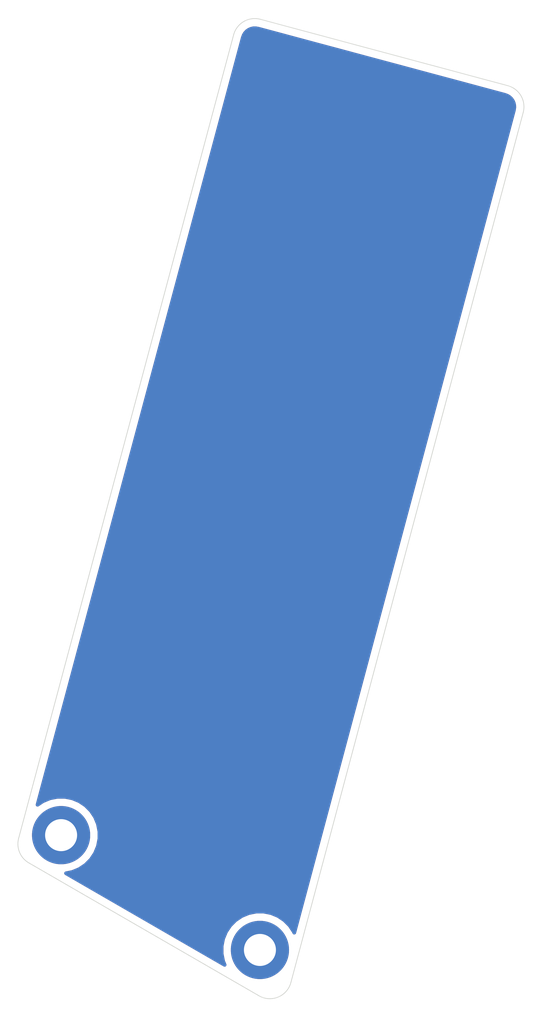
<source format=kicad_pcb>
(kicad_pcb (version 20171130) (host pcbnew "(5.1.2)-1")

  (general
    (thickness 1.6)
    (drawings 8)
    (tracks 0)
    (zones 0)
    (modules 2)
    (nets 1)
  )

  (page A4)
  (layers
    (0 F.Cu signal)
    (31 B.Cu signal)
    (32 B.Adhes user)
    (33 F.Adhes user)
    (34 B.Paste user)
    (35 F.Paste user)
    (36 B.SilkS user)
    (37 F.SilkS user)
    (38 B.Mask user)
    (39 F.Mask user)
    (40 Dwgs.User user)
    (41 Cmts.User user)
    (42 Eco1.User user)
    (43 Eco2.User user)
    (44 Edge.Cuts user)
    (45 Margin user)
    (46 B.CrtYd user)
    (47 F.CrtYd user)
    (48 B.Fab user)
    (49 F.Fab user)
  )

  (setup
    (last_trace_width 0.25)
    (trace_clearance 0.2)
    (zone_clearance 0.508)
    (zone_45_only no)
    (trace_min 0.2)
    (via_size 0.8)
    (via_drill 0.4)
    (via_min_size 0.4)
    (via_min_drill 0.3)
    (uvia_size 0.3)
    (uvia_drill 0.1)
    (uvias_allowed no)
    (uvia_min_size 0.2)
    (uvia_min_drill 0.1)
    (edge_width 0.05)
    (segment_width 0.2)
    (pcb_text_width 0.3)
    (pcb_text_size 1.5 1.5)
    (mod_edge_width 0.12)
    (mod_text_size 1 1)
    (mod_text_width 0.15)
    (pad_size 1.524 1.524)
    (pad_drill 0.762)
    (pad_to_mask_clearance 0.051)
    (solder_mask_min_width 0.25)
    (aux_axis_origin 0 0)
    (grid_origin 213.247979 72.860477)
    (visible_elements 7FFFFF7F)
    (pcbplotparams
      (layerselection 0x010f0_ffffffff)
      (usegerberextensions false)
      (usegerberattributes false)
      (usegerberadvancedattributes false)
      (creategerberjobfile false)
      (excludeedgelayer true)
      (linewidth 0.100000)
      (plotframeref false)
      (viasonmask false)
      (mode 1)
      (useauxorigin false)
      (hpglpennumber 1)
      (hpglpenspeed 20)
      (hpglpendiameter 15.000000)
      (psnegative false)
      (psa4output false)
      (plotreference true)
      (plotvalue true)
      (plotinvisibletext false)
      (padsonsilk false)
      (subtractmaskfromsilk false)
      (outputformat 1)
      (mirror false)
      (drillshape 0)
      (scaleselection 1)
      (outputdirectory ""))
  )

  (net 0 "")

  (net_class Default "これはデフォルトのネット クラスです。"
    (clearance 0.2)
    (trace_width 0.25)
    (via_dia 0.8)
    (via_drill 0.4)
    (uvia_dia 0.3)
    (uvia_drill 0.1)
  )

  (net_class GND ""
    (clearance 0.2)
    (trace_width 0.5)
    (via_dia 0.8)
    (via_drill 0.4)
    (uvia_dia 0.3)
    (uvia_drill 0.1)
  )

  (net_class VCC ""
    (clearance 0.2)
    (trace_width 0.5)
    (via_dia 0.8)
    (via_drill 0.4)
    (uvia_dia 0.3)
    (uvia_drill 0.1)
  )

  (module adelie:m2_mounting_hole (layer F.Cu) (tedit 5D0343C3) (tstamp 5CFE89C0)
    (at 214.66604 137.16254)
    (fp_text reference REF** (at 0 -3.2) (layer F.SilkS) hide
      (effects (font (size 1 1) (thickness 0.15)))
    )
    (fp_text value m2_mounting_hole (at 0 3.2) (layer F.Fab) hide
      (effects (font (size 1 1) (thickness 0.15)))
    )
    (fp_text user %R (at 0.3 0) (layer F.Fab) hide
      (effects (font (size 1 1) (thickness 0.15)))
    )
    (pad 1 thru_hole circle (at 0 0) (size 4 4) (drill 2.2) (layers *.Cu *.Mask))
  )

  (module adelie:m2_mounting_hole (layer F.Cu) (tedit 5D0343C3) (tstamp 5CFE882F)
    (at 200.992825 129.277968)
    (fp_text reference REF** (at 0 -3.2) (layer F.SilkS) hide
      (effects (font (size 1 1) (thickness 0.15)))
    )
    (fp_text value m2_mounting_hole (at 0 3.2) (layer F.Fab) hide
      (effects (font (size 1 1) (thickness 0.15)))
    )
    (fp_text user %R (at 0.3 0) (layer F.Fab) hide
      (effects (font (size 1 1) (thickness 0.15)))
    )
    (pad 1 thru_hole circle (at 0 0) (size 4 4) (drill 2.2) (layers *.Cu *.Mask))
  )

  (gr_line (start 214.599261 140.31152) (end 198.771485 131.181477) (layer Edge.Cuts) (width 0.05) (tstamp 5CFE8BBF))
  (gr_line (start 198.072979 129.49467) (end 212.857753 74.304325) (layer Edge.Cuts) (width 0.05) (tstamp 5CFE8BAC))
  (gr_line (start 214.698978 73.240478) (end 231.709825 77.799968) (layer Edge.Cuts) (width 0.05) (tstamp 5CFE8B9A))
  (gr_line (start 216.793979 139.403477) (end 232.771305 79.638862) (layer Edge.Cuts) (width 0.05) (tstamp 5CFE8B8E))
  (gr_arc (start 199.521978 129.882669) (end 198.072979 129.49467) (angle -74.96972232) (layer Edge.Cuts) (width 0.05))
  (gr_arc (start 215.34826 139.015521) (end 214.599261 140.31152) (angle -105.0036454) (layer Edge.Cuts) (width 0.05))
  (gr_arc (start 214.309979 74.692477) (end 214.698978 73.240478) (angle -90.03342929) (layer Edge.Cuts) (width 0.05))
  (gr_arc (start 231.320966 79.250243) (end 232.771305 79.638862) (angle -89.9905278) (layer Edge.Cuts) (width 0.05))

  (zone (net 0) (net_name "") (layer F.Cu) (tstamp 0) (hatch edge 0.508)
    (connect_pads (clearance 0.508))
    (min_thickness 0.254)
    (fill yes (arc_segments 32) (thermal_gap 0.508) (thermal_bridge_width 0.508))
    (polygon
      (pts
        (xy 216.954979 142.261477) (xy 233.875979 77.487477) (xy 212.506979 71.922477) (xy 196.790979 130.707477)
      )
    )
    (filled_polygon
      (pts
        (xy 214.551174 73.884158) (xy 231.507746 78.4291) (xy 231.691222 78.498099) (xy 231.830264 78.584341) (xy 231.949904 78.695944)
        (xy 232.04559 78.828664) (xy 232.113675 78.977439) (xy 232.151565 79.136605) (xy 232.157819 79.300102) (xy 232.127398 79.491965)
        (xy 217.026925 135.976634) (xy 217.001147 135.914399) (xy 216.712778 135.482825) (xy 216.345755 135.115802) (xy 215.914181 134.827433)
        (xy 215.434641 134.628801) (xy 214.925565 134.52754) (xy 214.406515 134.52754) (xy 213.897439 134.628801) (xy 213.417899 134.827433)
        (xy 212.986325 135.115802) (xy 212.619302 135.482825) (xy 212.330933 135.914399) (xy 212.132301 136.393939) (xy 212.03104 136.903015)
        (xy 212.03104 137.422065) (xy 212.132301 137.931141) (xy 212.238655 138.187903) (xy 201.332749 131.896976) (xy 201.761426 131.811707)
        (xy 202.240966 131.613075) (xy 202.67254 131.324706) (xy 203.039563 130.957683) (xy 203.327932 130.526109) (xy 203.526564 130.046569)
        (xy 203.627825 129.537493) (xy 203.627825 129.018443) (xy 203.526564 128.509367) (xy 203.327932 128.029827) (xy 203.039563 127.598253)
        (xy 202.67254 127.23123) (xy 202.240966 126.942861) (xy 201.761426 126.744229) (xy 201.25235 126.642968) (xy 200.7333 126.642968)
        (xy 200.224224 126.744229) (xy 199.744684 126.942861) (xy 199.373386 127.190955) (xy 213.486967 74.506114) (xy 213.556015 74.322067)
        (xy 213.642323 74.182672) (xy 213.754057 74.062702) (xy 213.886969 73.966717) (xy 214.035997 73.898374) (xy 214.195452 73.860282)
        (xy 214.359274 73.853886)
      )
    )
  )
  (zone (net 0) (net_name "") (layer B.Cu) (tstamp 0) (hatch edge 0.508)
    (connect_pads (clearance 0.508))
    (min_thickness 0.254)
    (fill yes (arc_segments 32) (thermal_gap 0.508) (thermal_bridge_width 0.508))
    (polygon
      (pts
        (xy 216.916979 142.208477) (xy 233.930979 77.432477) (xy 212.459979 71.914477) (xy 196.843979 130.568477)
      )
    )
    (filled_polygon
      (pts
        (xy 214.551174 73.884158) (xy 231.507746 78.4291) (xy 231.691222 78.498099) (xy 231.830264 78.584341) (xy 231.949904 78.695944)
        (xy 232.04559 78.828664) (xy 232.113675 78.977439) (xy 232.151565 79.136605) (xy 232.157819 79.300102) (xy 232.127398 79.491965)
        (xy 217.026925 135.976634) (xy 217.001147 135.914399) (xy 216.712778 135.482825) (xy 216.345755 135.115802) (xy 215.914181 134.827433)
        (xy 215.434641 134.628801) (xy 214.925565 134.52754) (xy 214.406515 134.52754) (xy 213.897439 134.628801) (xy 213.417899 134.827433)
        (xy 212.986325 135.115802) (xy 212.619302 135.482825) (xy 212.330933 135.914399) (xy 212.132301 136.393939) (xy 212.03104 136.903015)
        (xy 212.03104 137.422065) (xy 212.132301 137.931141) (xy 212.238655 138.187903) (xy 201.332749 131.896976) (xy 201.761426 131.811707)
        (xy 202.240966 131.613075) (xy 202.67254 131.324706) (xy 203.039563 130.957683) (xy 203.327932 130.526109) (xy 203.526564 130.046569)
        (xy 203.627825 129.537493) (xy 203.627825 129.018443) (xy 203.526564 128.509367) (xy 203.327932 128.029827) (xy 203.039563 127.598253)
        (xy 202.67254 127.23123) (xy 202.240966 126.942861) (xy 201.761426 126.744229) (xy 201.25235 126.642968) (xy 200.7333 126.642968)
        (xy 200.224224 126.744229) (xy 199.744684 126.942861) (xy 199.373386 127.190955) (xy 213.486967 74.506114) (xy 213.556015 74.322067)
        (xy 213.642323 74.182672) (xy 213.754057 74.062702) (xy 213.886969 73.966717) (xy 214.035997 73.898374) (xy 214.195452 73.860282)
        (xy 214.359274 73.853886)
      )
    )
  )
  (zone (net 0) (net_name "") (layers F&B.Cu) (tstamp 0) (hatch edge 0.508)
    (connect_pads (clearance 0.508))
    (min_thickness 0.254)
    (keepout (tracks allowed) (vias allowed) (copperpour not_allowed))
    (fill (arc_segments 32) (thermal_gap 0.508) (thermal_bridge_width 0.508))
    (polygon
      (pts
        (xy 214.372979 139.595477) (xy 216.403979 138.959477) (xy 216.222979 139.916477) (xy 215.329979 140.231477)
      )
    )
  )
)

</source>
